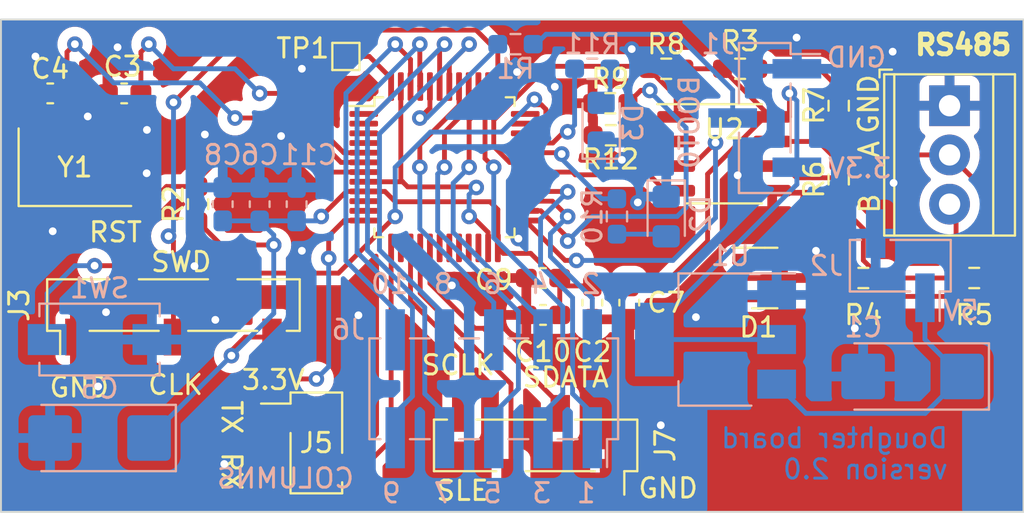
<source format=kicad_pcb>
(kicad_pcb (version 20221018) (generator pcbnew)
  (layers (0 "F.Cu" signal) (31 "B.Cu" signal) (34 "B.Paste" user) (35 "F.Paste" user) (36 "B.SilkS" user "B.Silkscreen") (37 "F.SilkS" user "F.Silkscreen") (38 "B.Mask" user) (39 "F.Mask" user) (44 "Edge.Cuts" user))
  (net 0 "")
  (net 1 "+5V")
  (net 2 "GND")
  (net 3 "VDD")
  (net 4 "Xtal_IN")
  (net 5 "Xtal_OUT")
  (net 6 "/B")
  (net 7 "/A")
  (net 8 "Net-(D2-A)")
  (net 9 "Net-(D3-A)")
  (net 10 "Net-(J1-Pin_2)")
  (net 11 "/UART2_TX")
  (net 12 "/UART2_RX")
  (net 13 "RST")
  (net 14 "SWD_CLK")
  (net 15 "SWD_O")
  (net 16 "BOOT0")
  (net 17 "Net-(U2-B)")
  (net 18 "Net-(U2-A)")
  (net 19 "UART1_RX_R")
  (net 20 "~{RE}")
  (net 21 "LED_debug1")
  (net 22 "LED_debug2")
  (net 23 "DE")
  (net 24 "UART1_TX_D")
  (net 28 "Net-(U3-VSSA)")
  (net 32 "/S_CLK")
  (net 33 "/S_LE")
  (net 34 "/S_DATA")
  (net 40 "/Col8")
  (net 41 "/Col9")
  (net 45 "/Col7")
  (net 46 "/Col6")
  (net 47 "/Col4")
  (net 48 "/Col5")
  (net 49 "/Col0")
  (net 50 "/Col1")
  (net 51 "/Col2")
  (net 52 "/Col3")
  (net 53 "Net-(TP1-Pad1)")
  (footprint "TestPoint:TestPoint_Pad_1.0x1.0mm" (layer "F.Cu") (at 128.27 53.975)
    (fp_text reference "TP1")
    (fp_text value "TestPoint")
  )
  (footprint "Resistor_SMD:R_0603_1608Metric_Pad0.98x0.95mm_HandSolder" (layer "F.Cu") (at 160.655 65.405)
    (fp_text reference "R5")
    (fp_text value "120")
  )
  (footprint "Resistor_SMD:R_0603_1608Metric_Pad0.98x0.95mm_HandSolder" (layer "F.Cu") (at 141.894282 56.388 180)
    (fp_text reference "R9")
    (fp_text value "10k")
  )
  (footprint "Resistor_SMD:R_0603_1608Metric_Pad0.98x0.95mm_HandSolder" (layer "F.Cu") (at 144.78 54.61 180)
    (fp_text reference "R8")
    (fp_text value "10k")
  )
  (footprint "Crystal:Crystal_SMD_Abracon_ABM3C-4Pin_5.0x3.2mm" (layer "F.Cu") (at 114.3 59.69)
    (fp_text reference "Y1")
    (fp_text value "8 MHz")
  )
  (footprint "Connector_PinHeader_2.54mm:PinHeader_1x02_P2.54mm_Vertical_SMD_Pin1Left" (layer "F.Cu") (at 126.746 73.914)
    (fp_text reference "J5")
    (fp_text value "UART2")
  )
  (footprint "Resistor_SMD:R_0603_1608Metric_Pad0.98x0.95mm_HandSolder" (layer "F.Cu") (at 153.67 56.515 -90)
    (fp_text reference "R7")
    (fp_text value "10")
  )
  (footprint "Resistor_SMD:R_0603_1608Metric_Pad0.98x0.95mm_HandSolder" (layer "F.Cu") (at 141.922628 58.039 180)
    (fp_text reference "R12")
    (fp_text value "10k")
  )
  (footprint "Capacitor_SMD:C_0603_1608Metric_Pad1.08x0.95mm_HandSolder" (layer "F.Cu") (at 142.875 66.675 -90)
    (fp_text reference "C7")
    (fp_text value "100n")
  )
  (footprint "Resistor_SMD:R_0603_1608Metric_Pad0.98x0.95mm_HandSolder" (layer "F.Cu") (at 120.65 61.595 90)
    (fp_text reference "R2")
    (fp_text value "10k")
  )
  (footprint "Package_QFP:LQFP-48_7x7mm_P0.5mm" (layer "F.Cu") (at 133.35 59.69)
    (fp_text reference "U3" hide)
    (fp_text value "STM32F030C6Tx")
  )
  (footprint "Capacitor_SMD:C_0603_1608Metric_Pad1.08x0.95mm_HandSolder" (layer "F.Cu") (at 113.03 55.88)
    (fp_text reference "C4")
    (fp_text value "20p")
  )
  (footprint "Resistor_SMD:R_0603_1608Metric_Pad0.98x0.95mm_HandSolder" (layer "F.Cu") (at 148.59 54.61)
    (fp_text reference "R3")
    (fp_text value "360")
  )
  (footprint "Resistor_SMD:R_0603_1608Metric_Pad0.98x0.95mm_HandSolder" (layer "F.Cu") (at 154.94 65.405 180)
    (fp_text reference "R4")
    (fp_text value "360")
  )
  (footprint "Package_TO_SOT_SMD:SOT-23" (layer "F.Cu") (at 149.86 65.405)
    (fp_text reference "D1")
    (fp_text value "SM712_SOT23")
  )
  (footprint "Capacitor_SMD:C_0603_1608Metric_Pad1.08x0.95mm_HandSolder" (layer "F.Cu") (at 138.43 65.405 180)
    (fp_text reference "C9")
    (fp_text value "1u")
  )
  (footprint "Connector_PinSocket_2.54mm:PinSocket_1x04_P2.54mm_Vertical_SMD_Pin1Right" (layer "F.Cu") (at 138.049 74.041 -90)
    (fp_text reference "J7")
    (fp_text value "Serial_BUS")
  )
  (footprint "Capacitor_SMD:C_0603_1608Metric_Pad1.08x0.95mm_HandSolder" (layer "F.Cu") (at 116.84 55.88)
    (fp_text reference "C3")
    (fp_text value "20p")
  )
  (footprint "Capacitor_SMD:C_0603_1608Metric_Pad1.08x0.95mm_HandSolder" (layer "F.Cu") (at 140.97 66.675 -90)
    (fp_text reference "C2")
    (fp_text value "100n")
  )
  (footprint "TerminalBlock_TE-Connectivity:TerminalBlock_TE_282834-3_1x03_P2.54mm_Horizontal" (layer "F.Cu") (at 159.385 56.515 -90)
    (fp_text reference "J4" hide)
    (fp_text value "RS 485")
  )
  (footprint "Capacitor_SMD:C_0603_1608Metric_Pad1.08x0.95mm_HandSolder" (layer "F.Cu") (at 138.43 67.31 180)
    (fp_text reference "C10")
    (fp_text value "10n")
  )
  (footprint "Resistor_SMD:R_0603_1608Metric_Pad0.98x0.95mm_HandSolder" (layer "F.Cu") (at 153.67 60.325 90)
    (fp_text reference "R6")
    (fp_text value "10")
  )
  (footprint "Connector_PinSocket_2.54mm:PinSocket_1x05_P2.54mm_Vertical_SMD_Pin1Left" (layer "F.Cu") (at 119.38 66.802 90)
    (fp_text reference "J3")
    (fp_text value "Conn_01x05")
  )
  (footprint "Package_SO:SOIC-8_3.9x4.9mm_P1.27mm" (layer "F.Cu") (at 147.766356 58.995926)
    (fp_text reference "U2")
    (fp_text value "SN65HVD11")
  )
  (footprint "Connector_PinHeader_2.54mm:PinHeader_2x05_P2.54mm_Vertical_SMD" (layer "B.Cu") (at 135.89 71.12 90)
    (fp_text reference "J6")
    (fp_text value "OUTPUT" hide)
  )
  (footprint "Capacitor_SMD:C_0603_1608Metric_Pad1.08x0.95mm_HandSolder" (layer "B.Cu") (at 125.73 61.595 90)
    (fp_text reference "C11")
    (fp_text value "4.7u")
  )
  (footprint "Capacitor_Tantalum_SMD:CP_EIA-6032-28_Kemet-C_Pad2.25x2.35mm_HandSolder" (layer "B.Cu") (at 115.57 73.66 180)
    (fp_text reference "C5")
    (fp_text value "10u")
  )
  (footprint "Package_TO_SOT_SMD:SOT-223" (layer "B.Cu") (at 147.32 68.58 180)
    (fp_text reference "U1")
    (fp_text value "LM1117-3.3")
  )
  (footprint "Capacitor_Tantalum_SMD:CP_EIA-6032-28_Kemet-C_Pad2.25x2.35mm_HandSolder" (layer "B.Cu") (at 157.48 70.485 180)
    (fp_text reference "C1")
    (fp_text value "10u")
  )
  (footprint "Resistor_SMD:R_0603_1608Metric_Pad0.98x0.95mm_HandSolder" (layer "B.Cu") (at 140.97 54.61)
    (fp_text reference "R11")
    (fp_text value "680")
  )
  (footprint "Capacitor_SMD:C_0603_1608Metric_Pad1.08x0.95mm_HandSolder" (layer "B.Cu") (at 121.92 61.595 90)
    (fp_text reference "C8")
    (fp_text value "100n")
  )
  (footprint "Resistor_SMD:R_0603_1608Metric_Pad0.98x0.95mm_HandSolder" (layer "B.Cu") (at 142.24 62.23 -90)
    (fp_text reference "R10")
    (fp_text value "510")
  )
  (footprint "Resistor_SMD:R_0603_1608Metric_Pad0.98x0.95mm_HandSolder" (layer "B.Cu") (at 137.0095 53.34)
    (fp_text reference "R1")
    (fp_text value "10k")
  )
  (footprint "Button_Switch_SMD:SW_SPST_EVQPE1" (layer "B.Cu") (at 115.57 68.58 180)
    (fp_text reference "SW1")
    (fp_text value "SW_SPST")
  )
  (footprint "Connector_PinHeader_2.54mm:PinHeader_1x02_P2.54mm_Vertical_SMD_Pin1Left" (layer "B.Cu") (at 156.845 64.77 90)
    (fp_text reference "J2")
    (fp_text value "BOOT_TO/ SELECTOR")
  )
  (footprint "LED_SMD:LED_0805_2012Metric_Pad1.15x1.40mm_HandSolder" (layer "B.Cu") (at 141.426575 57.39094 90)
    (fp_text reference "D3")
    (fp_text value "Red")
  )
  (footprint "LED_SMD:LED_0805_2012Metric_Pad1.15x1.40mm_HandSolder" (layer "B.Cu") (at 144.78 62.23 -90)
    (fp_text reference "D2")
    (fp_text value "Green")
  )
  (footprint "Connector_PinHeader_2.54mm:PinHeader_1x03_P2.54mm_Vertical_SMD_Pin1Left" (layer "B.Cu") (at 149.86 57.15 180)
    (fp_text reference "J1")
    (fp_text value "BOOT_TO/ SELECTOR")
  )
  (footprint "Capacitor_SMD:C_0603_1608Metric_Pad1.08x0.95mm_HandSolder" (layer "B.Cu") (at 123.825 61.595 90)
    (fp_text reference "C6")
    (fp_text value "100n")
  )
  (gr_poly (pts (xy 163.195 52.07) (xy 163.195 77.47) (xy 110.49 77.47) (xy 110.49 52.07)) (stroke (width 0.1)) (fill none) (layer "Edge.Cuts"))
  (gr_text "Doughter board\nversion 2.0\n\n" (at 159.385 77.47) (layer "B.Cu") (effects (font (size 1 1)) (justify left bottom mirror)))
  (gr_text "7" (at 133.858 77.089) (layer "B.SilkS") (effects (font (size 1 1)) (justify left bottom mirror)))
  (gr_text "3.3V" (at 156.464 60.325) (layer "B.SilkS") (effects (font (size 1 1)) (justify left bottom mirror)))
  (gr_text "GND" (at 156.21 54.61) (layer "B.SilkS") (effects (font (size 1 1)) (justify left bottom mirror)))
  (gr_text "6" (at 136.398 66.294) (layer "B.SilkS") (effects (font (size 1 1)) (justify left bottom mirror)))
  (gr_text "COLUMNS" (at 128.778 76.327) (layer "B.SilkS") (effects (font (size 1 1)) (justify left bottom mirror)))
  (gr_text "2" (at 141.478 66.294) (layer "B.SilkS") (effects (font (size 1 1)) (justify left bottom mirror)))
  (gr_text "1" (at 141.224 77.089) (layer "B.SilkS") (effects (font (size 1 1)) (justify left bottom mirror)))
  (gr_text "5" (at 136.398 77.089) (layer "B.SilkS") (effects (font (size 1 1)) (justify left bottom mirror)))
  (gr_text "9" (at 131.191 77.089) (layer "B.SilkS") (effects (font (size 1 1)) (justify left bottom mirror)))
  (gr_text "BOOT0" (at 146.558 54.864 90) (layer "B.SilkS") (effects (font (size 1 1)) (justify left bottom mirror)))
  (gr_text "4" (at 138.811 66.294) (layer "B.SilkS") (effects (font (size 1 1)) (justify left bottom mirror)))
  (gr_text "10" (at 131.572 66.294) (layer "B.SilkS") (effects (font (size 1 1)) (justify left bottom mirror)))
  (gr_text "8" (at 133.858 66.294) (layer "B.SilkS") (effects (font (size 1 1)) (justify left bottom mirror)))
  (gr_text "3" (at 138.938 77.089) (layer "B.SilkS") (effects (font (size 1 1)) (justify left bottom mirror)))
  (gr_text "5V" (at 160.986077 67.674978) (layer "B.SilkS") (effects (font (size 1 1)) (justify left bottom mirror)))
  (gr_text "GND" (at 143.256 76.835) (layer "F.SilkS") (effects (font (size 1 1)) (justify left bottom)))
  (gr_text "3.3V\n" (at 122.809 71.247) (layer "F.SilkS") (effects (font (size 1 1)) (justify left bottom)))
  (gr_text "GND" (at 155.215137 56.433537 90) (layer "F.SilkS") (effects (font (size 1 1))))
  (gr_text "CLK" (at 117.983 71.501) (layer "F.SilkS") (effects (font (size 1 1)) (justify left bottom)))
  (gr_text "A" (at 155.245609 58.770885 90) (layer "F.SilkS") (effects (font (size 1 1))))
  (gr_text "SCLK" (at 132.08 70.485) (layer "F.SilkS") (effects (font (size 1 1)) (justify left bottom)))
  (gr_text "SWD" (at 118.135225 65.162427) (layer "F.SilkS") (effects (font (size 1 1)) (justify left bottom)))
  (gr_text "B" (at 155.266072 61.560987 90) (layer "F.SilkS") (effects (font (size 1 1))))
  (gr_text "RS485" (at 157.48 53.975) (layer "F.SilkS") (effects (font (size 1.016 1.016) (thickness 0.254) bold) (justify left bottom)))
  (gr_text "TX" (at 121.793 71.628 -90) (layer "F.SilkS") (effects (font (size 1 1)) (justify left bottom)))
  (gr_text "RX" (at 121.793 74.295 -90) (layer "F.SilkS") (effects (font (size 1 1)) (justify left bottom)))
  (gr_text "SDATA" (at 137.287 71.12) (layer "F.SilkS") (effects (font (size 1 1)) (justify left bottom)))
  (gr_text "SLE" (at 132.842 76.962) (layer "F.SilkS") (effects (font (size 1 1)) (justify left bottom)))
  (gr_text "RST" (at 114.935 63.627) (layer "F.SilkS") (effects (font (size 1 1)) (justify left bottom)))
  (gr_text "GND" (at 112.903 71.628) (layer "F.SilkS") (effects (font (size 1 1)) (justify left bottom)))
  (segment (start 158.115 66.425) (end 158.115 68.57) (width 0.25) (layer "B.Cu") (net 1))
  (segment (start 158.115 68.57) (end 160.03 70.485) (width 0.25) (layer "B.Cu") (net 1))
  (segment (start 158.125 72.39) (end 151.98 72.39) (width 0.25) (layer "B.Cu") (net 1))
  (segment (start 160.03 70.485) (end 158.125 72.39) (width 0.25) (layer "B.Cu") (net 1))
  (segment (start 151.98 72.39) (end 150.47 70.88) (width 0.25) (layer "B.Cu") (net 1))
  (via (at 116.5 53.5) (size 0.8) (drill 0.4) (layers "F.Cu" "B.Cu") (net 2))
  (via (at 118.013299 57.763299) (size 0.8) (drill 0.4) (layers "F.Cu" "B.Cu") (net 2))
  (via (at 151.5 53) (size 0.8) (drill 0.4) (layers "F.Cu" "B.Cu") (net 2))
  (via (at 137.092272 54.777009) (size 0.8) (drill 0.4) (layers "F.Cu" "B.Cu") (net 2))
  (via (at 128.915196 67.32823) (size 0.8) (drill 0.4) (layers "F.Cu" "B.Cu") (net 2))
  (via (at 122 75) (size 0.8) (drill 0.4) (layers "F.Cu" "B.Cu") (net 2))
  (via (at 154.5 68) (size 0.8) (drill 0.4) (layers "F.Cu" "B.Cu") (net 2))
  (via (at 156.451529 53.727482) (size 0.8) (drill 0.4) (layers "F.Cu" "B.Cu") (net 2))
  (via (at 143.002 53.594) (size 0.8) (drill 0.4) (layers "F.Cu" "B.Cu") (net 2))
  (via (at 142.494 59.309) (size 0.8) (drill 0.4) (layers "F.Cu" "B.Cu") (net 2))
  (via (at 112.268 53.975) (size 0.8) (drill 0.4) (layers "F.Cu" "B.Cu") (net 2))
  (via (at 118 60) (size 0.8) (drill 0.4) (layers "F.Cu" "B.Cu") (net 2))
  (via (at 139.037673 55.538253) (size 0.8) (drill 0.4) (layers "F.Cu" "B.Cu") (net 2))
  (via (at 115.904398 67.168784) (size 0.8) (drill 0.4) (layers "F.Cu" "B.Cu") (net 2))
  (via (at 114.962992 57.069211) (size 0.8) (drill 0.4) (layers "F.Cu" "B.Cu") (net 2))
  (via (at 121 58) (size 0.8) (drill 0.4) (layers "F.Cu" "B.Cu") (net 2))
  (via (at 148.463282 60.105324) (size 0.8) (drill 0.4) (layers "F.Cu" "B.Cu") (net 2))
  (via (at 126 54.61) (size 0.8) (drill 0.4) (layers "F.Cu" "B.Cu") (net 2))
  (via (at 120.464555 64.793038) (size 0.8) (drill 0.4) (layers "F.Cu" "B.Cu") (net 2))
  (via (at 143.3145 61.5055) (size 0.8) (drill 0.4) (layers "F.Cu" "B.Cu") (net 2))
  (via (at 137.16 63.373) (size 0.8) (drill 0.4) (layers "F.Cu" "B.Cu") (net 2))
  (via (at 124.929045 58.080359) (size 0.8) (drill 0.4) (layers "F.Cu" "B.Cu") (net 2))
  (via (at 133.731 65.786) (size 0.8) (drill 0.4) (layers "F.Cu" "B.Cu") (net 2))
  (via (at 156.5 60.5) (size 0.8) (drill 0.4) (layers "F.Cu" "B.Cu") (net 2))
  (via (at 121.539 67.564) (size 0.8) (drill 0.4) (layers "F.Cu" "B.Cu") (net 2))
  (via (at 146.31076 67.423898) (size 0.8) (drill 0.4) (layers "F.Cu" "B.Cu") (net 2))
  (via (at 152.5 64) (size 0.8) (drill 0.4) (layers "F.Cu" "B.Cu") (net 2))
  (via (at 115.5 71) (size 0.8) (drill 0.4) (layers "F.Cu" "B.Cu") (net 2))
  (via (at 126 64) (size 0.8) (drill 0.4) (layers "F.Cu" "B.Cu") (net 2))
  (via (at 113.157 62.992) (size 0.8) (drill 0.4) (layers "F.Cu" "B.Cu") (net 2))
  (via (at 144.5 73) (size 0.8) (drill 0.4) (layers "F.Cu" "B.Cu") (net 2))
  (segment (start 113.02 73.66) (end 113.19 73.66) (width 0.25) (layer "B.Cu") (net 2))
  (segment (start 123.071646 68.452) (end 124.46 68.452) (width 0.25) (layer "F.Cu") (net 3))
  (segment (start 137.795 64.135) (end 139.065 65.405) (width 0.25) (layer "F.Cu") (net 3))
  (segment (start 121.8425 63.7) (end 124.55 63.7) (width 0.25) (layer "F.Cu") (net 3))
  (segment (start 135.697144 61.470226) (end 130.812198 61.470226) (width 0.25) (layer "F.Cu") (net 3))
  (segment (start 136.1 61.873082) (end 135.697144 61.470226) (width 0.25) (layer "F.Cu") (net 3))
  (segment (start 140.97 65.8125) (end 139.7 65.8125) (width 0.25) (layer "F.Cu") (net 3))
  (segment (start 136.1 63.8525) (end 136.3825 64.135) (width 0.25) (layer "F.Cu") (net 3))
  (segment (start 146.9125 60.043031) (end 146.9125 63.5) (width 0.25) (layer "F.Cu") (net 3))
  (segment (start 142.875 65.8125) (end 144.6 65.8125) (width 0.25) (layer "F.Cu") (net 3))
  (segment (start 151.13 57.090926) (end 151.13 55.88) (width 0.25) (layer "F.Cu") (net 3))
  (segment (start 145.6925 54.61) (end 147.6775 54.61) (width 0.25) (layer "F.Cu") (net 3))
  (segment (start 147.6775 54.61) (end 150.158426 57.090926) (width 0.25) (layer "F.Cu") (net 3))
  (segment (start 130.812198 61.470226) (end 130.281972 60.94) (width 0.25) (layer "F.Cu") (net 3))
  (segment (start 139.065 65.405) (end 139.2925 65.405) (width 0.25) (layer "F.Cu") (net 3))
  (segment (start 128.29 60.94) (end 127 62.23) (width 0.25) (layer "F.Cu") (net 3))
  (segment (start 139.7 65.8125) (end 139.2925 65.405) (width 0.25) (layer "F.Cu") (net 3))
  (segment (start 120.65 62.5075) (end 121.8425 63.7) (width 0.25) (layer "F.Cu") (net 3))
  (segment (start 136.1 63.8525) (end 136.1 61.873082) (width 0.25) (layer "F.Cu") (net 3))
  (segment (start 129.1875 60.94) (end 128.29 60.94) (width 0.25) (layer "F.Cu") (net 3))
  (segment (start 150.158426 57.090926) (end 150.241356 57.090926) (width 0.25) (layer "F.Cu") (net 3))
  (segment (start 139.2925 67.31) (end 139.2925 65.405) (width 0.25) (layer "F.Cu") (net 3))
  (segment (start 122.3695 69.154146) (end 123.071646 68.452) (width 0.25) (layer "F.Cu") (net 3))
  (segment (start 122.3695 69.4105) (end 122.3695 69.154146) (width 0.25) (layer "F.Cu") (net 3))
  (segment (start 144.6 65.8125) (end 146.9125 63.5) (width 0.25) (layer "F.Cu") (net 3))
  (segment (start 150.241356 57.090926) (end 149.864605 57.090926) (width 0.25) (layer "F.Cu") (net 3))
  (segment (start 150.241356 57.090926) (end 151.13 57.090926) (width 0.25) (layer "F.Cu") (net 3))
  (segment (start 130.281972 60.94) (end 129.1875 60.94) (width 0.25) (layer "F.Cu") (net 3))
  (segment (start 149.864605 57.090926) (end 146.9125 60.043031) (width 0.25) (layer "F.Cu") (net 3))
  (segment (start 140.97 65.8125) (end 142.875 65.8125) (width 0.25) (layer "F.Cu") (net 3))
  (segment (start 136.3825 64.135) (end 137.795 64.135) (width 0.25) (layer "F.Cu") (net 3))
  (via (at 151.13 55.88) (size 0.8) (drill 0.4) (layers "F.Cu" "B.Cu") (net 3))
  (via (at 122.3695 69.4105) (size 0.8) (drill 0.4) (layers "F.Cu" "B.Cu") (net 3))
  (via (at 127 62.23) (size 0.8) (drill 0.4) (layers "F.Cu" "B.Cu") (net 3))
  (via (at 124.55 63.7) (size 0.8) (drill 0.4) (layers "F.Cu" "B.Cu") (net 3))
  (segment (start 125.73 62.4575) (end 123.825 62.4575) (width 0.25) (layer "B.Cu") (net 3))
  (segment (start 124.55 63.1825) (end 123.825 62.4575) (width 0.25) (layer "B.Cu") (net 3))
  (segment (start 144.17 68.58) (end 144.17 67.92) (width 0.25) (layer "B.Cu") (net 3))
  (segment (start 150.47 68.58) (end 144.17 68.58) (width 0.25) (layer "B.Cu") (net 3))
  (segment (start 151.515 60.575) (end 151.515 59.69) (width 0.25) (layer "B.Cu") (net 3))
  (segment (start 124.55 67.23) (end 122.3695 69.4105) (width 0.25) (layer "B.Cu") (net 3))
  (segment (start 151.515 59.69) (end 151.515 56.265) (width 0.25) (layer "B.Cu") (net 3))
  (segment (start 126.7725 62.4575) (end 127 62.23) (width 0.25) (layer "B.Cu") (net 3))
  (segment (start 122.3695 69.4105) (end 118.12 73.66) (width 0.25) (layer "B.Cu") (net 3))
  (segment (start 144.17 67.92) (end 151.515 60.575) (width 0.25) (layer "B.Cu") (net 3))
  (segment (start 125.73 62.4575) (end 126.7725 62.4575) (width 0.25) (layer "B.Cu") (net 3))
  (segment (start 151.515 56.265) (end 151.13 55.88) (width 0.25) (layer "B.Cu") (net 3))
  (segment (start 121.92 62.4575) (end 123.825 62.4575) (width 0.25) (layer "B.Cu") (net 3))
  (segment (start 124.55 63.7) (end 124.55 63.1825) (width 0.25) (layer "B.Cu") (net 3))
  (segment (start 124.55 63.7) (end 124.55 67.23) (width 0.25) (layer "B.Cu") (net 3))
  (segment (start 117.7025 53.7475) (end 118.11 53.34) (width 0.25) (layer "F.Cu") (net 4))
  (segment (start 128.156396 58.94) (end 127.889 58.672604) (width 0.25) (layer "F.Cu") (net 4))
  (segment (start 116.212 58.54) (end 116.2 58.54) (width 0.25) (layer "F.Cu") (net 4))
  (segment (start 127.889 58.672604) (end 125.096396 55.88) (width 0.25) (layer "F.Cu") (net 4))
  (segment (start 129.1875 58.94) (end 128.156396 58.94) (width 0.25) (layer "F.Cu") (net 4))
  (segment (start 117.7025 55.88) (end 117.7025 53.7475) (width 0.25) (layer "F.Cu") (net 4))
  (segment (start 117.7025 57.0495) (end 116.212 58.54) (width 0.25) (layer "F.Cu") (net 4))
  (segment (start 125.096396 55.88) (end 123.825 55.88) (width 0.25) (layer "F.Cu") (net 4))
  (segment (start 117.7025 55.88) (end 117.7025 57.0495) (width 0.25) (layer "F.Cu") (net 4))
  (via (at 118.11 53.34) (size 0.8) (drill 0.4) (layers "F.Cu" "B.Cu") (net 4))
  (via (at 123.825 55.88) (size 0.8) (drill 0.4) (layers "F.Cu" "B.Cu") (net 4))
  (segment (start 119.38 54.61) (end 122.555 54.61) (width 0.25) (layer "B.Cu") (net 4))
  (segment (start 119.38 54.61) (end 118.11 53.34) (width 0.25) (layer "B.Cu") (net 4))
  (segment (start 122.555 54.61) (end 123.825 55.88) (width 0.25) (layer "B.Cu") (net 4))
  (segment (start 113.8925 55.88) (end 113.8925 53.7475) (width 0.25) (layer "F.Cu") (net 5))
  (segment (start 113.8925 59.3475) (end 112.4 60.84) (width 0.25) (layer "F.Cu") (net 5))
  (segment (start 128.02 59.44) (end 125.73 57.15) (width 0.25) (layer "F.Cu") (net 5))
  (segment (start 113.8925 55.88) (end 113.8925 59.3475) (width 0.25) (layer "F.Cu") (net 5))
  (segment (start 113.8925 53.7475) (end 114.3 53.34) (width 0.25) (layer "F.Cu") (net 5))
  (segment (start 129.1875 59.44) (end 128.02 59.44) (width 0.25) (layer "F.Cu") (net 5))
  (segment (start 125.73 57.15) (end 122.555 57.15) (width 0.25) (layer "F.Cu") (net 5))
  (via (at 114.3 53.34) (size 0.8) (drill 0.4) (layers "F.Cu" "B.Cu") (net 5))
  (via (at 122.555 57.15) (size 0.8) (drill 0.4) (layers "F.Cu" "B.Cu") (net 5))
  (segment (start 120.74 55.335) (end 122.555 57.15) (width 0.25) (layer "B.Cu") (net 5))
  (segment (start 116.295 55.335) (end 120.74 55.335) (width 0.25) (layer "B.Cu") (net 5))
  (segment (start 116.295 55.335) (end 114.3 53.34) (width 0.25) (layer "B.Cu") (net 5))
  (segment (start 154.94 64.4925) (end 154.94 62.865) (width 0.25) (layer "F.Cu") (net 6))
  (segment (start 153.67 61.595) (end 153.67 61.2375) (width 0.25) (layer "F.Cu") (net 6))
  (segment (start 151.765 62.23) (end 152.4 62.23) (width 0.25) (layer "F.Cu") (net 6))
  (segment (start 154.94 62.865) (end 153.67 61.595) (width 0.25) (layer "F.Cu") (net 6))
  (segment (start 152.4 62.23) (end 153.3925 61.2375) (width 0.25) (layer "F.Cu") (net 6))
  (segment (start 159.720173 65.382673) (end 159.720173 61.930173) (width 0.25) (layer "F.Cu") (net 6))
  (segment (start 153.3925 61.2375) (end 153.67 61.2375) (width 0.25) (layer "F.Cu") (net 6))
  (segment (start 155.8525 65.405) (end 154.94 64.4925) (width 0.25) (layer "F.Cu") (net 6))
  (segment (start 159.720173 61.930173) (end 159.385 61.595) (width 0.25) (layer "F.Cu") (net 6))
  (segment (start 149.54 64.455) (end 151.765 62.23) (width 0.25) (layer "F.Cu") (net 6))
  (segment (start 155.8525 65.405) (end 159.7425 65.405) (width 0.25) (layer "F.Cu") (net 6))
  (segment (start 159.7425 65.405) (end 159.720173 65.382673) (width 0.25) (layer "F.Cu") (net 6))
  (segment (start 148.9225 64.455) (end 149.54 64.455) (width 0.25) (layer "F.Cu") (net 6))
  (segment (start 148.9225 66.355) (end 160.6175 66.355) (width 0.25) (layer "F.Cu") (net 7))
  (segment (start 152.6775 54.61) (end 153.67 55.6025) (width 0.25) (layer "F.Cu") (net 7))
  (segment (start 153.67 55.6025) (end 157.1225 59.055) (width 0.25) (layer "F.Cu") (net 7))
  (segment (start 149.5025 54.61) (end 152.6775 54.61) (width 0.25) (layer "F.Cu") (net 7))
  (segment (start 157.1225 59.055) (end 159.385 59.055) (width 0.25) (layer "F.Cu") (net 7))
  (segment (start 161.5675 61.2375) (end 159.385 59.055) (width 0.25) (layer "F.Cu") (net 7))
  (segment (start 160.6175 66.355) (end 161.5675 65.405) (width 0.25) (layer "F.Cu") (net 7))
  (segment (start 161.5675 65.405) (end 161.5675 61.2375) (width 0.25) (layer "F.Cu") (net 7))
  (segment (start 144.6675 63.1425) (end 144.78 63.255) (width 0.25) (layer "B.Cu") (net 8))
  (segment (start 142.24 63.1425) (end 144.6675 63.1425) (width 0.25) (layer "B.Cu") (net 8))
  (segment (start 141.8825 55.910015) (end 141.426575 56.36594) (width 0.25) (layer "B.Cu") (net 9))
  (segment (start 141.8825 54.61) (end 141.8825 55.910015) (width 0.25) (layer "B.Cu") (net 9))
  (segment (start 148.205 55.705) (end 145.329876 52.829876) (width 0.25) (layer "B.Cu") (net 10))
  (segment (start 145.329876 52.829876) (end 138.582624 52.829876) (width 0.25) (layer "B.Cu") (net 10))
  (segment (start 138.582624 52.829876) (end 138.0725 53.34) (width 0.25) (layer "B.Cu") (net 10))
  (segment (start 148.205 57.15) (end 148.205 55.705) (width 0.25) (layer "B.Cu") (net 10))
  (segment (start 125.888 70.612) (end 125.091 71.409) (width 0.25) (layer "F.Cu") (net 11))
  (segment (start 127.381 63.242) (end 128.183 62.44) (width 0.25) (layer "F.Cu") (net 11))
  (segment (start 127.381 64.389) (end 127.381 63.242) (width 0.25) (layer "F.Cu") (net 11))
  (segment (start 128.183 62.44) (end 129.1875 62.44) (width 0.25) (layer "F.Cu") (net 11))
  (segment (start 125.091 71.409) (end 125.091 72.644) (width 0.25) (layer "F.Cu") (net 11))
  (segment (start 126.746 70.612) (end 125.888 70.612) (width 0.25) (layer "F.Cu") (net 11))
  (via (at 126.746 70.612) (size 0.8) (drill 0.4) (layers "F.Cu" "B.Cu") (net 11))
  (via (at 127.381 64.389) (size 0.8) (drill 0.4) (layers "F.Cu" "B.Cu") (net 11))
  (segment (start 126.746 70.612) (end 127.381 69.977) (width 0.25) (layer "B.Cu") (net 11))
  (segment (start 127.381 69.977) (end 127.381 64.389) (width 0.25) (layer "B.Cu") (net 11))
  (segment (start 130.6 63.8525) (end 130.6 73.761784) (width 0.25) (layer "F.Cu") (net 12))
  (segment (start 130.6 73.761784) (end 129.177784 75.184) (width 0.25) (layer "F.Cu") (net 12))
  (segment (start 129.177784 75.184) (end 128.401 75.184) (width 0.25) (layer "F.Cu") (net 12))
  (segment (start 116.84 62.865) (end 116.84 65.152) (width 0.25) (layer "F.Cu") (net 13))
  (segment (start 119.0225 60.6825) (end 116.84 62.865) (width 0.25) (layer "F.Cu") (net 13))
  (segment (start 115.316 64.77) (end 116.458 64.77) (width 0.25) (layer "F.Cu") (net 13))
  (segment (start 120.65 60.325) (end 122.01 58.965) (width 0.25) (layer "F.Cu") (net 13))
  (segment (start 126.275 58.965) (end 127.25 59.94) (width 0.25) (layer "F.Cu") (net 13))
  (segment (start 127.25 59.94) (end 129.1875 59.94) (width 0.25) (layer "F.Cu") (net 13))
  (segment (start 120.65 60.6825) (end 119.0225 60.6825) (width 0.25) (layer "F.Cu") (net 13))
  (segment (start 122.01 58.965) (end 126.275 58.965) (width 0.25) (layer "F.Cu") (net 13))
  (segment (start 120.65 60.6825) (end 120.65 60.325) (width 0.25) (layer "F.Cu") (net 13))
  (via (at 115.316 64.77) (size 0.8) (drill 0.4) (layers "F.Cu" "B.Cu") (net 13))
  (segment (start 112.87 66.2) (end 112.87 68.58) (width 0.25) (layer "B.Cu") (net 13))
  (segment (start 115.316 64.77) (end 114.3 64.77) (width 0.25) (layer "B.Cu") (net 13))
  (segment (start 114.3 64.77) (end 112.87 66.2) (width 0.25) (layer "B.Cu") (net 13))
  (segment (start 119.126 63.246) (end 119.38 63.5) (width 0.25) (layer "F.Cu") (net 14))
  (segment (start 136.1 55.5275) (end 136.1 53.732673) (width 0.25) (layer "F.Cu") (net 14))
  (segment (start 119.38 63.5) (end 119.38 68.452) (width 0.25) (layer "F.Cu") (net 14))
  (segment (start 134.982327 52.615) (end 123.11777 52.615) (width 0.25) (layer "F.Cu") (net 14))
  (segment (start 123.11777 52.615) (end 119.390115 56.342655) (width 0.25) (layer "F.Cu") (net 14))
  (segment (start 136.1 53.732673) (end 134.982327 52.615) (width 0.25) (layer "F.Cu") (net 14))
  (via (at 119.38304 56.342655) (size 0.8) (drill 0.4) (layers "F.Cu" "B.Cu") (net 14))
  (via (at 119.126 63.246) (size 0.8) (drill 0.4) (layers "F.Cu" "B.Cu") (net 14))
  (segment (start 119.126 63.246) (end 119.38304 62.98896) (width 0.25) (layer "B.Cu") (net 14))
  (segment (start 119.38304 62.98896) (end 119.38304 56.342655) (width 0.25) (layer "B.Cu") (net 14))
  (segment (start 138.575 57.680685) (end 138.315685 57.94) (width 0.25) (layer "F.Cu") (net 15))
  (segment (start 137.9855 56.1905) (end 137.9855 56.465) (width 0.25) (layer "F.Cu") (net 15))
  (segment (start 138.315685 57.94) (end 137.5125 57.94) (width 0.25) (layer "F.Cu") (net 15))
  (segment (start 130.81 62.23) (end 127.888 65.152) (width 0.25) (layer "F.Cu") (net 15))
  (segment (start 137.9855 56.465) (end 138.340685 56.465) (width 0.25) (layer "F.Cu") (net 15))
  (segment (start 138.340685 56.465) (end 138.575 56.699315) (width 0.25) (layer "F.Cu") (net 15))
  (segment (start 138.575 56.699315) (end 138.575 57.680685) (width 0.25) (layer "F.Cu") (net 15))
  (segment (start 127.888 65.152) (end 121.92 65.152) (width 0.25) (layer "F.Cu") (net 15))
  (via (at 137.9855 56.1905) (size 0.8) (drill 0.4) (layers "F.Cu" "B.Cu") (net 15))
  (via (at 130.81 62.23) (size 0.8) (drill 0.4) (layers "F.Cu" "B.Cu") (net 15))
  (segment (start 132.625 57.875) (end 130.81 59.69) (width 0.25) (layer "B.Cu") (net 15))
  (segment (start 137.9855 56.1905) (end 136.301 57.875) (width 0.25) (layer "B.Cu") (net 15))
  (segment (start 130.81 59.69) (end 130.81 62.23) (width 0.25) (layer "B.Cu") (net 15))
  (segment (start 136.301 57.875) (end 132.625 57.875) (width 0.25) (layer "B.Cu") (net 15))
  (segment (start 132.6 55.5275) (end 132.6 56.63) (width 0.25) (layer "F.Cu") (net 16))
  (segment (start 132.6 56.63) (end 132.08 57.15) (width 0.25) (layer "F.Cu") (net 16))
  (via (at 132.08 57.15) (size 0.8) (drill 0.4) (layers "F.Cu" "B.Cu") (net 16))
  (segment (start 136.2475 53.34) (end 132.4375 57.15) (width 0.25) (layer "B.Cu") (net 16))
  (segment (start 132.4375 57.15) (end 132.08 57.15) (width 0.25) (layer "B.Cu") (net 16))
  (segment (start 153.67 59.4125) (end 152.618426 58.360926) (width 0.25) (layer "F.Cu") (net 17))
  (segment (start 152.618426 58.360926) (end 150.241356 58.360926) (width 0.25) (layer "F.Cu") (net 17))
  (segment (start 151.501991 60.235) (end 154.305 60.235) (width 0.25) (layer "F.Cu") (net 18))
  (segment (start 150.241356 59.630926) (end 150.897917 59.630926) (width 0.25) (layer "F.Cu") (net 18))
  (segment (start 150.897917 59.630926) (end 151.501991 60.235) (width 0.25) (layer "F.Cu") (net 18))
  (segment (start 154.85 59.69) (end 154.85 58.6075) (width 0.25) (layer "F.Cu") (net 18))
  (segment (start 154.85 58.6075) (end 153.67 57.4275) (width 0.25) (layer "F.Cu") (net 18))
  (segment (start 154.305 60.235) (end 154.85 59.69) (width 0.25) (layer "F.Cu") (net 18))
  (segment (start 143.8675 54.61) (end 143.7405 54.483) (width 0.25) (layer "F.Cu") (net 19))
  (segment (start 135.89 57.259315) (end 135.89 58.620685) (width 0.25) (layer "F.Cu") (net 19))
  (segment (start 138.666315 54.483) (end 135.89 57.259315) (width 0.25) (layer "F.Cu") (net 19))
  (segment (start 135.89 58.620685) (end 136.709315 59.44) (width 0.25) (layer "F.Cu") (net 19))
  (segment (start 143.7405 54.483) (end 138.666315 54.483) (width 0.25) (layer "F.Cu") (net 19))
  (segment (start 145.291356 57.090926) (end 145.291356 56.033856) (width 0.25) (layer "F.Cu") (net 19))
  (segment (start 145.291356 56.033856) (end 143.8675 54.61) (width 0.25) (layer "F.Cu") (net 19))
  (segment (start 136.709315 59.44) (end 137.5125 59.44) (width 0.25) (layer "F.Cu") (net 19))
  (segment (start 145.291356 58.360926) (end 144.779708 58.360926) (width 0.25) (layer "F.Cu") (net 20))
  (segment (start 143.467645 55.727137) (end 143.932662 55.727137) (width 0.25) (layer "F.Cu") (net 20))
  (segment (start 144.779708 58.360926) (end 142.806782 56.388) (width 0.25) (layer "F.Cu") (net 20))
  (segment (start 137.5125 61.94) (end 138.315685 61.94) (width 0.25) (layer "F.Cu") (net 20))
  (segment (start 142.806782 56.388) (end 143.467645 55.727137) (width 0.25) (layer "F.Cu") (net 20))
  (segment (start 138.315685 61.94) (end 139.7 63.324315) (width 0.25) (layer "F.Cu") (net 20))
  (segment (start 139.7 63.324315) (end 139.7 63.5) (width 0.25) (layer "F.Cu") (net 20))
  (via (at 143.932662 55.727137) (size 0.8) (drill 0.4) (layers "F.Cu" "B.Cu") (net 20))
  (via (at 139.7 63.5) (size 0.8) (drill 0.4) (layers "F.Cu" "B.Cu") (net 20))
  (segment (start 140.97 62.23) (end 145.343173 62.23) (width 0.25) (layer "B.Cu") (net 20))
  (segment (start 145.805 57.656166) (end 143.932662 55.783828) (width 0.25) (layer "B.Cu") (net 20))
  (segment (start 143.932662 55.727137) (end 143.875971 55.727137) (width 0.25) (layer "B.Cu") (net 20))
  (segment (start 145.343173 62.23) (end 145.805 61.768173) (width 0.25) (layer "B.Cu") (net 20))
  (segment (start 143.875971 55.727137) (end 143.890144 55.74131) (width 0.25) (layer "B.Cu") (net 20))
  (segment (start 145.805 61.768173) (end 145.805 57.656166) (width 0.25) (layer "B.Cu") (net 20))
  (segment (start 143.932662 55.783828) (end 143.932662 55.727137) (width 0.25) (layer "B.Cu") (net 20))
  (segment (start 139.7 63.5) (end 140.97 62.23) (width 0.25) (layer "B.Cu") (net 20))
  (segment (start 137.5125 58.94) (end 139.346313 58.94) (width 0.25) (layer "F.Cu") (net 21))
  (segment (start 139.346313 58.94) (end 139.392779 58.893534) (width 0.25) (layer "F.Cu") (net 21))
  (segment (start 139.392779 59.006918) (end 139.279395 59.006918) (width 0.25) (layer "F.Cu") (net 21))
  (segment (start 139.392779 58.893534) (end 139.392779 59.006918) (width 0.25) (layer "F.Cu") (net 21))
  (segment (start 139.279395 59.006918) (end 139.354984 58.931329) (width 0.25) (layer "F.Cu") (net 21))
  (via (at 139.392779 59.006918) (size 0.8) (drill 0.4) (layers "F.Cu" "B.Cu") (net 21))
  (segment (start 142.24 61.3175) (end 141.4545 61.3175) (width 0.25) (layer "B.Cu") (net 21))
  (segment (start 141.4545 61.3175) (end 139.392779 59.255779) (width 0.25) (layer "B.Cu") (net 21))
  (segment (start 139.392779 59.255779) (end 139.392779 59.006918) (width 0.25) (layer "B.Cu") (net 21))
  (segment (start 137.5125 58.44) (end 138.934392 58.44) (width 0.25) (layer "F.Cu") (net 22))
  (segment (start 139.510759 57.863633) (end 139.7 57.863633) (width 0.25) (layer "F.Cu") (net 22))
  (segment (start 138.934392 58.44) (end 139.510759 57.863633) (width 0.25) (layer "F.Cu") (net 22))
  (via (at 139.7 57.863633) (size 0.8) (drill 0.4) (layers "F.Cu" "B.Cu") (net 22))
  (segment (start 140.0575 54.61) (end 140.0575 57.506133) (width 0.25) (layer "B.Cu") (net 22))
  (segment (start 140.0575 57.506133) (end 139.7 57.863633) (width 0.25) (layer "B.Cu") (net 22))
  (segment (start 145.291356 59.630926) (end 144.145265 59.630926) (width 0.25) (layer "F.Cu") (net 23))
  (segment (start 140.155218 64.497673) (end 139.570173 64.497673) (width 0.25) (layer "F.Cu") (net 23))
  (segment (start 146.109074 59.630926) (end 147.32 58.42) (width 0.25) (layer "F.Cu") (net 23))
  (segment (start 145.291356 59.630926) (end 146.109074 59.630926) (width 0.25) (layer "F.Cu") (net 23))
  (segment (start 144.145265 59.630926) (end 142.835128 58.320789) (width 0.25) (layer "F.Cu") (net 23))
  (segment (start 139.570173 64.497673) (end 137.5125 62.44) (width 0.25) (layer "F.Cu") (net 23))
  (via (at 140.155218 64.497673) (size 0.8) (drill 0.4) (layers "F.Cu" "B.Cu") (net 23))
  (via (at 147.32 58.42) (size 0.8) (drill 0.4) (layers "F.Cu" "B.Cu") (net 23))
  (segment (start 140.155218 64.497673) (end 145.1255 64.497673) (width 0.25) (layer "B.Cu") (net 23))
  (segment (start 147.32 62.303173) (end 147.32 58.42) (width 0.25) (layer "B.Cu") (net 23))
  (segment (start 145.1255 64.497673) (end 147.32 62.303173) (width 0.25) (layer "B.Cu") (net 23))
  (segment (start 140.090926 60.080926) (end 139.95 59.94) (width 0.25) (layer "F.Cu") (net 24))
  (segment (start 145.291356 60.900926) (end 144.720926 60.900926) (width 0.25) (layer "F.Cu") (net 24))
  (segment (start 139.95 59.94) (end 137.5125 59.94) (width 0.25) (layer "F.Cu") (net 24))
  (segment (start 144.720926 60.900926) (end 143.900926 60.080926) (width 0.25) (layer "F.Cu") (net 24))
  (segment (start 143.900926 60.080926) (end 140.090926 60.080926) (width 0.25) (layer "F.Cu") (net 24))
  (segment (start 131.191 60.452) (end 131.179 60.44) (width 0.25) (layer "F.Cu") (net 28))
  (segment (start 131.457 60.706) (end 134.961264 60.706) (width 0.25) (layer "F.Cu") (net 28))
  (segment (start 131.1 60.349) (end 131.191 60.44) (width 0.25) (layer "F.Cu") (net 28))
  (segment (start 134.780685 62.23) (end 134.62 62.23) (width 0.25) (layer "F.Cu") (net 28))
  (segment (start 134.961264 60.706) (end 134.988496 60.733232) (width 0.25) (layer "F.Cu") (net 28))
  (segment (start 135.6 63.049315) (end 134.780685 62.23) (width 0.25) (layer "F.Cu") (net 28))
  (segment (start 131.1 55.5275) (end 131.1 60.349) (width 0.25) (layer "F.Cu") (net 28))
  (segment (start 135.6 63.8525) (end 135.6 63.049315) (width 0.25) (layer "F.Cu") (net 28))
  (segment (start 131.179 60.44) (end 129.1875 60.44) (width 0.25) (layer "F.Cu") (net 28))
  (segment (start 131.191 60.44) (end 131.457 60.706) (width 0.25) (layer "F.Cu") (net 28))
  (segment (start 131.191 60.44) (end 131.191 60.452) (width 0.25) (layer "F.Cu") (net 28))
  (via (at 134.988496 60.733232) (size 0.8) (drill 0.4) (layers "F.Cu" "B.Cu") (net 28))
  (via (at 134.62 62.23) (size 0.8) (drill 0.4) (layers "F.Cu" "B.Cu") (net 28))
  (segment (start 134.62 61.101728) (end 134.62 62.23) (width 0.25) (layer "B.Cu") (net 28))
  (segment (start 134.988496 60.733232) (end 134.62 61.101728) (width 0.25) (layer "B.Cu") (net 28))
  (segment (start 131.6 66.576) (end 131.6 63.8525) (width 0.25) (layer "F.Cu") (net 32))
  (segment (start 134.239 69.215) (end 131.6 66.576) (width 0.25) (layer "F.Cu") (net 32))
  (segment (start 134.239 72.391) (end 134.239 69.215) (width 0.25) (layer "F.Cu") (net 32))
  (segment (start 132.1 66.187) (end 136.779 70.866) (width 0.25) (layer "F.Cu") (net 33))
  (segment (start 132.1 63.8525) (end 132.1 66.187) (width 0.25) (layer "F.Cu") (net 33))
  (segment (start 136.779 70.866) (end 136.779 75.691) (width 0.25) (layer "F.Cu") (net 33))
  (segment (start 134.919695 68) (end 132.6 65.680305) (width 0.25) (layer "F.Cu") (net 34))
  (segment (start 139.319 72.391) (end 139.319 71.951643) (width 0.25) (layer "F.Cu") (net 34))
  (segment (start 135.367357 68) (end 134.919695 68) (width 0.25) (layer "F.Cu") (net 34))
  (segment (start 132.6 65.680305) (end 132.6 63.8525) (width 0.25) (layer "F.Cu") (net 34))
  (segment (start 139.319 71.951643) (end 135.367357 68) (width 0.25) (layer "F.Cu") (net 34))
  (segment (start 137.5125 61.44) (end 138.91 61.44) (width 0.25) (layer "F.Cu") (net 40))
  (segment (start 138.91 61.44) (end 139.7 62.23) (width 0.25) (layer "F.Cu") (net 40))
  (via (at 139.7 62.23) (size 0.8) (drill 0.4) (layers "F.Cu" "B.Cu") (net 40))
  (segment (start 138.811 63.119) (end 139.7 62.23) (width 0.25) (layer "B.Cu") (net 40))
  (segment (start 140.97 68.595) (end 140.97 66.453846) (width 0.25) (layer "B.Cu") (net 40))
  (segment (start 140.97 66.453846) (end 138.811 64.294846) (width 0.25) (layer "B.Cu") (net 40))
  (segment (start 138.811 64.294846) (end 138.811 63.119) (width 0.25) (layer "B.Cu") (net 40))
  (segment (start 139.68 60.94) (end 139.7 60.96) (width 0.25) (layer "F.Cu") (net 41))
  (segment (start 137.5125 60.94) (end 139.68 60.94) (width 0.25) (layer "F.Cu") (net 41))
  (via (at 139.7 60.96) (size 0.8) (drill 0.4) (layers "F.Cu" "B.Cu") (net 41))
  (segment (start 139.954 66.421) (end 138.303 64.77) (width 0.25) (layer "B.Cu") (net 41))
  (segment (start 138.303 62.357) (end 139.7 60.96) (width 0.25) (layer "B.Cu") (net 41))
  (segment (start 140.97 72.39) (end 139.954 71.374) (width 0.25) (layer "B.Cu") (net 41))
  (segment (start 139.954 71.374) (end 139.954 66.421) (width 0.25) (layer "B.Cu") (net 41))
  (segment (start 138.303 64.77) (end 138.303 62.357) (width 0.25) (layer "B.Cu") (net 41))
  (segment (start 140.97 73.645) (end 140.97 72.39) (width 0.25) (layer "B.Cu") (net 41))
  (segment (start 135.44 57.072919) (end 135.44 59.24) (width 0.25) (layer "F.Cu") (net 45))
  (segment (start 135.6 55.5275) (end 135.6 56.912919) (width 0.25) (layer "F.Cu") (net 45))
  (segment (start 135.6 56.912919) (end 135.44 57.072919) (width 0.25) (layer "F.Cu") (net 45))
  (segment (start 135.44 59.24) (end 135.89 59.69) (width 0.25) (layer "F.Cu") (net 45))
  (via (at 135.89 59.69) (size 0.8) (drill 0.4) (layers "F.Cu" "B.Cu") (net 45))
  (segment (start 139.446 71.374) (end 139.446 66.886) (width 0.25) (layer "B.Cu") (net 45))
  (segment (start 138.43 73.645) (end 138.43 72.39) (width 0.25) (layer "B.Cu") (net 45))
  (segment (start 138.43 72.39) (end 139.446 71.374) (width 0.25) (layer "B.Cu") (net 45))
  (segment (start 139.446 66.886) (end 135.89 63.33) (width 0.25) (layer "B.Cu") (net 45))
  (segment (start 135.89 63.33) (end 135.89 59.69) (width 0.25) (layer "B.Cu") (net 45))
  (segment (start 134.62 57.256523) (end 134.62 59.69) (width 0.25) (layer "F.Cu") (net 46))
  (segment (start 135.1 55.5275) (end 135.1 56.776523) (width 0.25) (layer "F.Cu") (net 46))
  (segment (start 135.1 56.776523) (end 134.62 57.256523) (width 0.25) (layer "F.Cu") (net 46))
  (via (at 134.62 59.69) (size 0.8) (drill 0.4) (layers "F.Cu" "B.Cu") (net 46))
  (segment (start 138.43 67.678974) (end 133.8 63.048974) (width 0.25) (layer "B.Cu") (net 46))
  (segment (start 138.43 68.595) (end 138.43 67.678974) (width 0.25) (layer "B.Cu") (net 46))
  (segment (start 133.8 63.048974) (end 133.8 60.51) (width 0.25) (layer "B.Cu") (net 46))
  (segment (start 138.43 68.595) (end 138.43 67.52) (width 0.25) (layer "B.Cu") (net 46))
  (segment (start 133.8 60.51) (end 134.62 59.69) (width 0.25) (layer "B.Cu") (net 46))
  (segment (start 133.35 57.890127) (end 133.35 59.69) (width 0.25) (layer "F.Cu") (net 47))
  (segment (start 134.6 55.5275) (end 134.6 56.640127) (width 0.25) (layer "F.Cu") (net 47))
  (segment (start 134.6 56.640127) (end 133.35 57.890127) (width 0.25) (layer "F.Cu") (net 47))
  (via (at 133.35 59.69) (size 0.8) (drill 0.4) (layers "F.Cu" "B.Cu") (net 47))
  (segment (start 133 62.98) (end 133 60.04) (width 0.25) (layer "B.Cu") (net 47))
  (segment (start 137.16 67.14) (end 133 62.98) (width 0.25) (layer "B.Cu") (net 47))
  (segment (start 137.16 71.12) (end 137.16 67.14) (width 0.25) (layer "B.Cu") (net 47))
  (segment (start 135.89 73.645) (end 135.89 72.39) (width 0.25) (layer "B.Cu") (net 47))
  (segment (start 135.89 72.39) (end 137.16 71.12) (width 0.25) (layer "B.Cu") (net 47))
  (segment (start 133 60.04) (end 133.35 59.69) (width 0.25) (layer "B.Cu") (net 47))
  (segment (start 132.08 58.523731) (end 132.08 59.69) (width 0.25) (layer "F.Cu") (net 48))
  (segment (start 134.1 56.503731) (end 132.08 58.523731) (width 0.25) (layer "F.Cu") (net 48))
  (segment (start 134.1 55.5275) (end 134.1 56.503731) (width 0.25) (layer "F.Cu") (net 48))
  (via (at 132.08 59.69) (size 0.8) (drill 0.4) (layers "F.Cu" "B.Cu") (net 48))
  (segment (start 132.08 62.865) (end 132.08 59.69) (width 0.25) (layer "B.Cu") (net 48))
  (segment (start 135.89 66.675) (end 132.08 62.865) (width 0.25) (layer "B.Cu") (net 48))
  (segment (start 135.89 68.595) (end 135.89 66.675) (width 0.25) (layer "B.Cu") (net 48))
  (segment (start 134.62 53.34) (end 133.6 54.36) (width 0.25) (layer "F.Cu") (net 49))
  (segment (start 133.6 54.36) (end 133.6 55.5275) (width 0.25) (layer "F.Cu") (net 49))
  (via (at 134.62 53.34) (size 0.8) (drill 0.4) (layers "F.Cu" "B.Cu") (net 49))
  (segment (start 130 63.957208) (end 130 57.96) (width 0.25) (layer "B.Cu") (net 49))
  (segment (start 130 57.96) (end 134.62 53.34) (width 0.25) (layer "B.Cu") (net 49))
  (segment (start 133.35 67.307208) (end 130 63.957208) (width 0.25) (layer "B.Cu") (net 49))
  (segment (start 133.35 68.595) (end 133.35 67.307208) (width 0.25) (layer "B.Cu") (net 49))
  (segment (start 133.1 53.59) (end 133.1 55.5275) (width 0.25) (layer "F.Cu") (net 50))
  (segment (start 133.35 53.34) (end 133.1 53.59) (width 0.25) (layer "F.Cu") (net 50))
  (via (at 133.35 53.34) (size 0.8) (drill 0.4) (layers "F.Cu" "B.Cu") (net 50))
  (segment (start 132.334 71.374) (end 132.334 66.927604) (width 0.25) (layer "B.Cu") (net 50))
  (segment (start 133.35 72.39) (end 132.334 71.374) (width 0.25) (layer "B.Cu") (net 50))
  (segment (start 132.334 66.927604) (end 129.381777 63.975381) (width 0.25) (layer "B.Cu") (net 50))
  (segment (start 129.381777 57.308223) (end 133.35 53.34) (width 0.25) (layer "B.Cu") (net 50))
  (segment (start 133.35 73.645) (end 133.35 72.39) (width 0.25) (layer "B.Cu") (net 50))
  (segment (start 129.381777 63.975381) (end 129.381777 57.308223) (width 0.25) (layer "B.Cu") (net 50))
  (segment (start 132.08 55.5075) (end 132.1 55.5275) (width 0.25) (layer "F.Cu") (net 51))
  (segment (start 132.08 53.34) (end 132.08 55.5075) (width 0.25) (layer "F.Cu") (net 51))
  (segment (start 132.075 55.5025) (end 132.1 55.5275) (width 0.25) (layer "F.Cu") (net 51))
  (via (at 132.08 53.34) (size 0.8) (drill 0.4) (layers "F.Cu" "B.Cu") (net 51))
  (segment (start 131.699 66.929) (end 128.846599 64.076599) (width 0.25) (layer "B.Cu") (net 51))
  (segment (start 130.81 72.39) (end 131.699 71.501) (width 0.25) (layer "B.Cu") (net 51))
  (segment (start 128.846599 56.573401) (end 132.08 53.34) (width 0.25) (layer "B.Cu") (net 51))
  (segment (start 128.846599 64.076599) (end 128.846599 56.573401) (width 0.25) (layer "B.Cu") (net 51))
  (segment (start 130.81 73.645) (end 130.81 72.39) (width 0.25) (layer "B.Cu") (net 51))
  (segment (start 131.699 71.501) (end 131.699 66.929) (width 0.25) (layer "B.Cu") (net 51))
  (segment (start 130.81 53.34) (end 131.6 54.13) (width 0.25) (layer "F.Cu") (net 52))
  (segment (start 131.6 54.13) (end 131.6 55.5275) (width 0.25) (layer "F.Cu") (net 52))
  (via (at 130.81 53.34) (size 0.8) (drill 0.4) (layers "F.Cu" "B.Cu") (net 52))
  (segment (start 128.27 64.516) (end 128.27 55.88) (width 0.25) (layer "B.Cu") (net 52))
  (segment (start 130.81 67.056) (end 128.27 64.516) (width 0.25) (layer "B.Cu") (net 52))
  (segment (start 128.27 55.88) (end 130.81 53.34) (width 0.25) (layer "B.Cu") (net 52))
  (segment (start 130.81 68.595) (end 130.81 67.056) (width 0.25) (layer "B.Cu") (net 52))
  (segment (start 130.6 55.5275) (end 130.6 56.09) (width 0.25) (layer "F.Cu") (net 53))
  (segment (start 128.27 53.975) (end 129.475 53.975) (width 0.25) (layer "F.Cu") (net 53))
  (segment (start 130.6 56.09) (end 129.75 56.94) (width 0.25) (layer "F.Cu") (net 53))
  (segment (start 130.6 55.1) (end 130.6 55.5275) (width 0.25) (layer "F.Cu") (net 53))
  (segment (start 129.475 53.975) (end 130.6 55.1) (width 0.25) (layer "F.Cu") (net 53))
  (segment (start 129.75 56.94) (end 129.1875 56.94) (width 0.25) (layer "F.Cu") (net 53))
  (zone (net 2) (net_name "GND") (layer "F.Cu") (connect_pads (clearance 0.5)) (min_thickness 0.25) (fill yes (thermal_gap 0.5) (thermal_bridge_width 0.5))
    (polygon (pts (xy 163.195 52.07) (xy 163.195 77.47) (xy 110.49 77.47) (xy 110.49 52.07)))
  )
  (zone (net 2) (net_name "GND") (layer "B.Cu") (priority 1) (connect_pads (clearance 0.5)) (min_thickness 0.25) (fill yes (thermal_gap 0.5) (thermal_bridge_width 0.5))
    (polygon (pts (xy 163.195 52.07) (xy 163.195 77.47) (xy 110.49 77.47) (xy 110.49 52.07)))
  )
)
</source>
